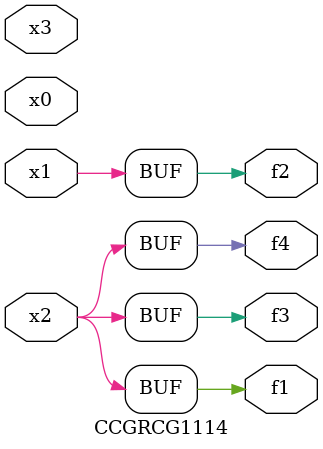
<source format=v>
module CCGRCG1114(
	input x0, x1, x2, x3,
	output f1, f2, f3, f4
);
	assign f1 = x2;
	assign f2 = x1;
	assign f3 = x2;
	assign f4 = x2;
endmodule

</source>
